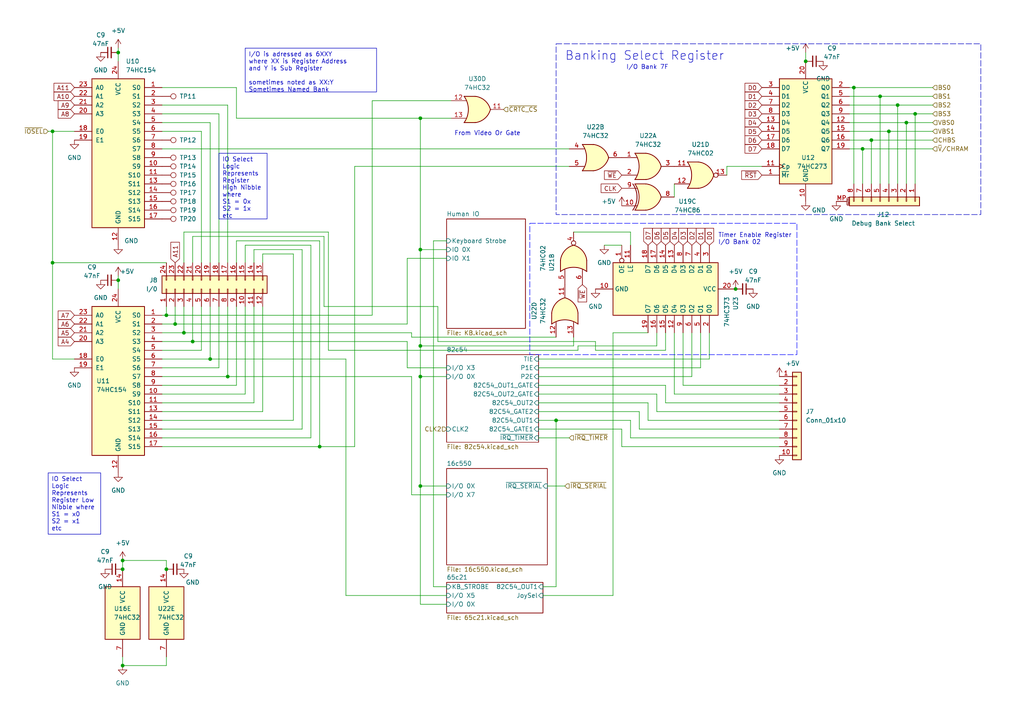
<source format=kicad_sch>
(kicad_sch (version 20230121) (generator eeschema)
  (paper "A4")
  (lib_symbols
    (symbol "74xx:74HC273"
      (property "Reference" "U" (at -7.62 16.51 0))
      (property "Value" "74HC273" (at -7.62 -16.51 0))
      (symbol "74HC273_1_0"
        (pin input line (at -12.7 -12.7 0) (length 5.08) (name "~{Mr}") (number "1"))
        (pin power_in line (at 0 -20.32 90) (length 5.08) (name "GND") (number "10"))
        (pin input clock (at -12.7 -10.16 0) (length 5.08) (name "Cp") (number "11"))
        (pin output line (at 12.7 2.54 180) (length 5.08) (name "Q4") (number "12"))
        (pin input line (at -12.7 2.54 0) (length 5.08) (name "D4") (number "13"))
        (pin input line (at -12.7 0 0) (length 5.08) (name "D5") (number "14"))
        (pin output line (at 12.7 0 180) (length 5.08) (name "Q5") (number "15"))
        (pin output line (at 12.7 -2.54 180) (length 5.08) (name "Q6") (number "16"))
        (pin input line (at -12.7 -2.54 0) (length 5.08) (name "D6") (number "17"))
        (pin input line (at -12.7 -5.08 0) (length 5.08) (name "D7") (number "18"))
        (pin output line (at 12.7 -5.08 180) (length 5.08) (name "Q7") (number "19"))
        (pin output line (at 12.7 12.7 180) (length 5.08) (name "Q0") (number "2"))
        (pin power_in line (at 0 20.32 270) (length 5.08) (name "VCC") (number "20"))
        (pin input line (at -12.7 12.7 0) (length 5.08) (name "D0") (number "3"))
        (pin input line (at -12.7 10.16 0) (length 5.08) (name "D1") (number "4"))
        (pin output line (at 12.7 10.16 180) (length 5.08) (name "Q1") (number "5"))
        (pin output line (at 12.7 7.62 180) (length 5.08) (name "Q2") (number "6"))
        (pin input line (at -12.7 7.62 0) (length 5.08) (name "D2") (number "7"))
        (pin input line (at -12.7 5.08 0) (length 5.08) (name "D3") (number "8"))
        (pin output line (at 12.7 5.08 180) (length 5.08) (name "Q3") (number "9"))
      )
    )
    (symbol "74xx:74HCT02" (pin_names (offset 1.016))
      (property "Reference" "U" (at 0 1.27 0))
      (property "Value" "74HCT02" (at 0 -1.27 0))
      (symbol "74HCT02_1_1"
        (pin output inverted (at 7.62 0 180) (length 3.81) (name "~") (number "1"))
        (pin input line (at -7.62 2.54 0) (length 4.318) (name "~") (number "2"))
        (pin input line (at -7.62 -2.54 0) (length 4.318) (name "~") (number "3"))
      )
      (symbol "74HCT02_1_2"
        (pin output line (at 7.62 0 180) (length 3.81) (name "~") (number "1"))
        (pin input inverted (at -7.62 2.54 0) (length 3.81) (name "~") (number "2"))
        (pin input inverted (at -7.62 -2.54 0) (length 3.81) (name "~") (number "3"))
      )
      (symbol "74HCT02_2_1"
        (pin output inverted (at 7.62 0 180) (length 3.81) (name "~") (number "4"))
        (pin input line (at -7.62 2.54 0) (length 4.318) (name "~") (number "5"))
        (pin input line (at -7.62 -2.54 0) (length 4.318) (name "~") (number "6"))
      )
      (symbol "74HCT02_2_2"
        (pin output line (at 7.62 0 180) (length 3.81) (name "~") (number "4"))
        (pin input inverted (at -7.62 2.54 0) (length 3.81) (name "~") (number "5"))
        (pin input inverted (at -7.62 -2.54 0) (length 3.81) (name "~") (number "6"))
      )
      (symbol "74HCT02_3_1"
        (pin output inverted (at 7.62 0 180) (length 3.81) (name "~") (number "10"))
        (pin input line (at -7.62 2.54 0) (length 4.318) (name "~") (number "8"))
        (pin input line (at -7.62 -2.54 0) (length 4.318) (name "~") (number "9"))
      )
      (symbol "74HCT02_3_2"
        (pin output line (at 7.62 0 180) (length 3.81) (name "~") (number "10"))
        (pin input inverted (at -7.62 2.54 0) (length 3.81) (name "~") (number "8"))
        (pin input inverted (at -7.62 -2.54 0) (length 3.81) (name "~") (number "9"))
      )
      (symbol "74HCT02_4_1"
        (pin input line (at -7.62 2.54 0) (length 4.318) (name "~") (number "11"))
        (pin input line (at -7.62 -2.54 0) (length 4.318) (name "~") (number "12"))
        (pin output inverted (at 7.62 0 180) (length 3.81) (name "~") (number "13"))
      )
      (symbol "74HCT02_4_2"
        (pin input inverted (at -7.62 2.54 0) (length 3.81) (name "~") (number "11"))
        (pin input inverted (at -7.62 -2.54 0) (length 3.81) (name "~") (number "12"))
        (pin output line (at 7.62 0 180) (length 3.81) (name "~") (number "13"))
      )
      (symbol "74HCT02_5_0"
        (pin power_in line (at 0 12.7 270) (length 5.08) (name "VCC") (number "14"))
        (pin power_in line (at 0 -12.7 90) (length 5.08) (name "GND") (number "7"))
      )
    )
    (symbol "74xx:74HCT373"
      (property "Reference" "U" (at -7.62 16.51 0))
      (property "Value" "74HCT373" (at -7.62 -16.51 0))
      (symbol "74HCT373_1_0"
        (pin input inverted (at -12.7 -12.7 0) (length 5.08) (name "OE") (number "1"))
        (pin power_in line (at 0 -20.32 90) (length 5.08) (name "GND") (number "10"))
        (pin input line (at -12.7 -10.16 0) (length 5.08) (name "LE") (number "11"))
        (pin tri_state line (at 12.7 2.54 180) (length 5.08) (name "O4") (number "12"))
        (pin input line (at -12.7 2.54 0) (length 5.08) (name "D4") (number "13"))
        (pin input line (at -12.7 0 0) (length 5.08) (name "D5") (number "14"))
        (pin tri_state line (at 12.7 0 180) (length 5.08) (name "O5") (number "15"))
        (pin tri_state line (at 12.7 -2.54 180) (length 5.08) (name "O6") (number "16"))
        (pin input line (at -12.7 -2.54 0) (length 5.08) (name "D6") (number "17"))
        (pin input line (at -12.7 -5.08 0) (length 5.08) (name "D7") (number "18"))
        (pin tri_state line (at 12.7 -5.08 180) (length 5.08) (name "O7") (number "19"))
        (pin tri_state line (at 12.7 12.7 180) (length 5.08) (name "O0") (number "2"))
        (pin power_in line (at 0 20.32 270) (length 5.08) (name "VCC") (number "20"))
        (pin input line (at -12.7 12.7 0) (length 5.08) (name "D0") (number "3"))
        (pin input line (at -12.7 10.16 0) (length 5.08) (name "D1") (number "4"))
        (pin tri_state line (at 12.7 10.16 180) (length 5.08) (name "O1") (number "5"))
        (pin tri_state line (at 12.7 7.62 180) (length 5.08) (name "O2") (number "6"))
        (pin input line (at -12.7 7.62 0) (length 5.08) (name "D2") (number "7"))
        (pin input line (at -12.7 5.08 0) (length 5.08) (name "D3") (number "8"))
        (pin tri_state line (at 12.7 5.08 180) (length 5.08) (name "O3") (number "9"))
      )
    )
    (symbol "74xx:74LS154" (pin_names (offset 1.016))
      (property "Reference" "U" (at -7.62 21.59 0))
      (property "Value" "74LS154" (at -7.62 -24.13 0))
      (symbol "74LS154_1_0"
        (pin output line (at 12.7 17.78 180) (length 5.08) (name "S0") (number "1"))
        (pin output line (at 12.7 -5.08 180) (length 5.08) (name "S9") (number "10"))
        (pin output line (at 12.7 -7.62 180) (length 5.08) (name "S10") (number "11"))
        (pin power_in line (at 0 -27.94 90) (length 5.08) (name "GND") (number "12"))
        (pin output line (at 12.7 -10.16 180) (length 5.08) (name "S11") (number "13"))
        (pin output line (at 12.7 -12.7 180) (length 5.08) (name "S12") (number "14"))
        (pin output line (at 12.7 -15.24 180) (length 5.08) (name "S13") (number "15"))
        (pin output line (at 12.7 -17.78 180) (length 5.08) (name "S14") (number "16"))
        (pin output line (at 12.7 -20.32 180) (length 5.08) (name "S15") (number "17"))
        (pin input line (at -12.7 5.08 0) (length 5.08) (name "E0") (number "18"))
        (pin input line (at -12.7 2.54 0) (length 5.08) (name "E1") (number "19"))
        (pin output line (at 12.7 15.24 180) (length 5.08) (name "S1") (number "2"))
        (pin input line (at -12.7 10.16 0) (length 5.08) (name "A3") (number "20"))
        (pin input line (at -12.7 12.7 0) (length 5.08) (name "A2") (number "21"))
        (pin input line (at -12.7 15.24 0) (length 5.08) (name "A1") (number "22"))
        (pin input line (at -12.7 17.78 0) (length 5.08) (name "A0") (number "23"))
        (pin power_in line (at 0 25.4 270) (length 5.08) (name "VCC") (number "24"))
        (pin output line (at 12.7 12.7 180) (length 5.08) (name "S2") (number "3"))
        (pin output line (at 12.7 10.16 180) (length 5.08) (name "S3") (number "4"))
        (pin output line (at 12.7 7.62 180) (length 5.08) (name "S4") (number "5"))
        (pin output line (at 12.7 5.08 180) (length 5.08) (name "S5") (number "6"))
        (pin output line (at 12.7 2.54 180) (length 5.08) (name "S6") (number "7"))
        (pin output line (at 12.7 0 180) (length 5.08) (name "S7") (number "8"))
        (pin output line (at 12.7 -2.54 180) (length 5.08) (name "S8") (number "9"))
      )
    )
    (symbol "74xx:74LS32" (pin_names (offset 1.016))
      (property "Reference" "U" (at 0 1.27 0))
      (property "Value" "74LS32" (at 0 -1.27 0))
      (symbol "74LS32_1_1"
        (pin input line (at -7.62 2.54 0) (length 4.318) (name "~") (number "1"))
        (pin input line (at -7.62 -2.54 0) (length 4.318) (name "~") (number "2"))
        (pin output line (at 7.62 0 180) (length 3.81) (name "~") (number "3"))
      )
      (symbol "74LS32_1_2"
        (pin input inverted (at -7.62 2.54 0) (length 3.81) (name "~") (number "1"))
        (pin input inverted (at -7.62 -2.54 0) (length 3.81) (name "~") (number "2"))
        (pin output inverted (at 7.62 0 180) (length 3.81) (name "~") (number "3"))
      )
      (symbol "74LS32_2_1"
        (pin input line (at -7.62 2.54 0) (length 4.318) (name "~") (number "4"))
        (pin input line (at -7.62 -2.54 0) (length 4.318) (name "~") (number "5"))
        (pin output line (at 7.62 0 180) (length 3.81) (name "~") (number "6"))
      )
      (symbol "74LS32_2_2"
        (pin input inverted (at -7.62 2.54 0) (length 3.81) (name "~") (number "4"))
        (pin input inverted (at -7.62 -2.54 0) (length 3.81) (name "~") (number "5"))
        (pin output inverted (at 7.62 0 180) (length 3.81) (name "~") (number "6"))
      )
      (symbol "74LS32_3_1"
        (pin input line (at -7.62 -2.54 0) (length 4.318) (name "~") (number "10"))
        (pin output line (at 7.62 0 180) (length 3.81) (name "~") (number "8"))
        (pin input line (at -7.62 2.54 0) (length 4.318) (name "~") (number "9"))
      )
      (symbol "74LS32_3_2"
        (pin input inverted (at -7.62 -2.54 0) (length 3.81) (name "~") (number "10"))
        (pin output inverted (at 7.62 0 180) (length 3.81) (name "~") (number "8"))
        (pin input inverted (at -7.62 2.54 0) (length 3.81) (name "~") (number "9"))
      )
      (symbol "74LS32_4_1"
        (pin output line (at 7.62 0 180) (length 3.81) (name "~") (number "11"))
        (pin input line (at -7.62 2.54 0) (length 4.318) (name "~") (number "12"))
        (pin input line (at -7.62 -2.54 0) (length 4.318) (name "~") (number "13"))
      )
      (symbol "74LS32_4_2"
        (pin output inverted (at 7.62 0 180) (length 3.81) (name "~") (number "11"))
        (pin input inverted (at -7.62 2.54 0) (length 3.81) (name "~") (number "12"))
        (pin input inverted (at -7.62 -2.54 0) (length 3.81) (name "~") (number "13"))
      )
      (symbol "74LS32_5_0"
        (pin power_in line (at 0 12.7 270) (length 5.08) (name "VCC") (number "14"))
        (pin power_in line (at 0 -12.7 90) (length 5.08) (name "GND") (number "7"))
      )
    )
    (symbol "74xx:74LS86" (pin_names (offset 1.016))
      (property "Reference" "U" (at 0 1.27 0))
      (property "Value" "74LS86" (at 0 -1.27 0))
      (symbol "74LS86_1_0"
        (pin input line (at -7.62 2.54 0) (length 4.445) (name "~") (number "1"))
        (pin input line (at -7.62 -2.54 0) (length 4.445) (name "~") (number "2"))
        (pin output line (at 7.62 0 180) (length 3.81) (name "~") (number "3"))
      )
      (symbol "74LS86_2_0"
        (pin input line (at -7.62 2.54 0) (length 4.445) (name "~") (number "4"))
        (pin input line (at -7.62 -2.54 0) (length 4.445) (name "~") (number "5"))
        (pin output line (at 7.62 0 180) (length 3.81) (name "~") (number "6"))
      )
      (symbol "74LS86_3_0"
        (pin input line (at -7.62 -2.54 0) (length 4.445) (name "~") (number "10"))
        (pin output line (at 7.62 0 180) (length 3.81) (name "~") (number "8"))
        (pin input line (at -7.62 2.54 0) (length 4.445) (name "~") (number "9"))
      )
      (symbol "74LS86_4_0"
        (pin output line (at 7.62 0 180) (length 3.81) (name "~") (number "11"))
        (pin input line (at -7.62 2.54 0) (length 4.445) (name "~") (number "12"))
        (pin input line (at -7.62 -2.54 0) (length 4.445) (name "~") (number "13"))
      )
      (symbol "74LS86_5_0"
        (pin power_in line (at 0 12.7 270) (length 5.08) (name "VCC") (number "14"))
        (pin power_in line (at 0 -12.7 90) (length 5.08) (name "GND") (number "7"))
      )
    )
    (symbol "Connector:TestPoint" (pin_numbers hide) (pin_names (offset 0.762) hide)
      (property "Reference" "TP" (at 0 6.858 0))
      (property "Value" "TestPoint" (at 0 5.08 0))
      (symbol "TestPoint_1_1"
        (pin passive line (at 0 0 90) (length 2.54) (name "1") (number "1"))
      )
    )
    (symbol "Connector_Generic:Conn_01x10" (pin_names (offset 1.016) hide)
      (property "Reference" "J" (at 0 12.7 0))
      (property "Value" "Conn_01x10" (at 0 -15.24 0))
      (symbol "Conn_01x10_1_1"
        (pin passive line (at -5.08 10.16 0) (length 3.81) (name "Pin_1") (number "1"))
        (pin passive line (at -5.08 -12.7 0) (length 3.81) (name "Pin_10") (number "10"))
        (pin passive line (at -5.08 7.62 0) (length 3.81) (name "Pin_2") (number "2"))
        (pin passive line (at -5.08 5.08 0) (length 3.81) (name "Pin_3") (number "3"))
        (pin passive line (at -5.08 2.54 0) (length 3.81) (name "Pin_4") (number "4"))
        (pin passive line (at -5.08 0 0) (length 3.81) (name "Pin_5") (number "5"))
        (pin passive line (at -5.08 -2.54 0) (length 3.81) (name "Pin_6") (number "6"))
        (pin passive line (at -5.08 -5.08 0) (length 3.81) (name "Pin_7") (number "7"))
        (pin passive line (at -5.08 -7.62 0) (length 3.81) (name "Pin_8") (number "8"))
        (pin passive line (at -5.08 -10.16 0) (length 3.81) (name "Pin_9") (number "9"))
      )
    )
    (symbol "Connector_Generic:Conn_02x12_Counter_Clockwise" (pin_names (offset 1.016) hide)
      (property "Reference" "J" (at 1.27 15.24 0))
      (property "Value" "Conn_02x12_Counter_Clockwise" (at 1.27 -17.78 0))
      (symbol "Conn_02x12_Counter_Clockwise_1_1"
        (pin passive line (at -5.08 12.7 0) (length 3.81) (name "Pin_1") (number "1"))
        (pin passive line (at -5.08 -10.16 0) (length 3.81) (name "Pin_10") (number "10"))
        (pin passive line (at -5.08 -12.7 0) (length 3.81) (name "Pin_11") (number "11"))
        (pin passive line (at -5.08 -15.24 0) (length 3.81) (name "Pin_12") (number "12"))
        (pin passive line (at 7.62 -15.24 180) (length 3.81) (name "Pin_13") (number "13"))
        (pin passive line (at 7.62 -12.7 180) (length 3.81) (name "Pin_14") (number "14"))
        (pin passive line (at 7.62 -10.16 180) (length 3.81) (name "Pin_15") (number "15"))
        (pin passive line (at 7.62 -7.62 180) (length 3.81) (name "Pin_16") (number "16"))
        (pin passive line (at 7.62 -5.08 180) (length 3.81) (name "Pin_17") (number "17"))
        (pin passive line (at 7.62 -2.54 180) (length 3.81) (name "Pin_18") (number "18"))
        (pin passive line (at 7.62 0 180) (length 3.81) (name "Pin_19") (number "19"))
        (pin passive line (at -5.08 10.16 0) (length 3.81) (name "Pin_2") (number "2"))
        (pin passive line (at 7.62 2.54 180) (length 3.81) (name "Pin_20") (number "20"))
        (pin passive line (at 7.62 5.08 180) (length 3.81) (name "Pin_21") (number "21"))
        (pin passive line (at 7.62 7.62 180) (length 3.81) (name "Pin_22") (number "22"))
        (pin passive line (at 7.62 10.16 180) (length 3.81) (name "Pin_23") (number "23"))
        (pin passive line (at 7.62 12.7 180) (length 3.81) (name "Pin_24") (number "24"))
        (pin passive line (at -5.08 7.62 0) (length 3.81) (name "Pin_3") (number "3"))
        (pin passive line (at -5.08 5.08 0) (length 3.81) (name "Pin_4") (number "4"))
        (pin passive line (at -5.08 2.54 0) (length 3.81) (name "Pin_5") (number "5"))
        (pin passive line (at -5.08 0 0) (length 3.81) (name "Pin_6") (number "6"))
        (pin passive line (at -5.08 -2.54 0) (length 3.81) (name "Pin_7") (number "7"))
        (pin passive line (at -5.08 -5.08 0) (length 3.81) (name "Pin_8") (number "8"))
        (pin passive line (at -5.08 -7.62 0) (length 3.81) (name "Pin_9") (number "9"))
      )
    )
    (symbol "Connector_Generic_MountingPin:Conn_01x08_MountingPin" (pin_names (offset 1.016) hide)
      (property "Reference" "J" (at 0 10.16 0))
      (property "Value" "Conn_01x08_MountingPin" (at 1.27 -12.7 0))
      (symbol "Conn_01x08_MountingPin_1_1"
        (text "Mounting" (at 0 -11.811 0) (effects (font (size 0.381 0.381))))
        (pin passive line (at -5.08 7.62 0) (length 3.81) (name "Pin_1") (number "1"))
        (pin passive line (at -5.08 5.08 0) (length 3.81) (name "Pin_2") (number "2"))
        (pin passive line (at -5.08 2.54 0) (length 3.81) (name "Pin_3") (number "3"))
        (pin passive line (at -5.08 0 0) (length 3.81) (name "Pin_4") (number "4"))
        (pin passive line (at -5.08 -2.54 0) (length 3.81) (name "Pin_5") (number "5"))
        (pin passive line (at -5.08 -5.08 0) (length 3.81) (name "Pin_6") (number "6"))
        (pin passive line (at -5.08 -7.62 0) (length 3.81) (name "Pin_7") (number "7"))
        (pin passive line (at -5.08 -10.16 0) (length 3.81) (name "Pin_8") (number "8"))
        (pin passive line (at 0 -15.24 90) (length 3.048) (name "MountPin") (number "MP"))
      )
    )
    (symbol "Device:C_Small" (pin_numbers hide) (pin_names (offset 0.254) hide)
      (property "Reference" "C" (at 0.254 1.778 0))
      (property "Value" "C_Small" (at 0.254 -2.032 0))
      (symbol "C_Small_1_1"
        (pin passive line (at 0 2.54 270) (length 2.032) (name "~") (number "1"))
        (pin passive line (at 0 -2.54 90) (length 2.032) (name "~") (number "2"))
      )
    )
    (symbol "power:+5V" (power) (pin_names (offset 0))
      (property "Value" "+5V" (at 0 3.556 0))
      (symbol "+5V_1_1"
        (pin power_in line (at 0 0 90) (length 0) hide (name "+5V") (number "1"))
      )
    )
    (symbol "power:GND" (power) (pin_names (offset 0))
      (property "Value" "GND" (at 0 -3.81 0))
      (symbol "GND_1_1"
        (pin power_in line (at 0 0 270) (length 0) hide (name "GND") (number "1"))
      )
    )
  )
  (junction (at 34.29 81.28))
  (junction (at 257.81 38.1))
  (junction (at 92.71 129.54))
  (junction (at 121.92 34.29))
  (junction (at 35.56 165.1))
  (junction (at 35.56 162.56))
  (junction (at 121.92 100.33))
  (junction (at 250.19 43.18))
  (junction (at 121.92 72.39))
  (junction (at 50.8 93.98))
  (junction (at 55.88 99.06))
  (junction (at 247.65 25.4))
  (junction (at 255.27 27.94))
  (junction (at 53.34 96.52))
  (junction (at 161.29 121.92))
  (junction (at 213.36 83.82))
  (junction (at 15.24 38.1))
  (junction (at 48.26 91.44))
  (junction (at 252.73 40.64))
  (junction (at 60.96 104.14))
  (junction (at 121.92 109.22))
  (junction (at 262.89 35.56))
  (junction (at 66.04 109.22))
  (junction (at 121.92 140.97))
  (junction (at 34.29 15.24))
  (junction (at 15.24 76.2))
  (junction (at 35.56 193.04))
  (junction (at 48.26 165.1))
  (junction (at 233.68 17.78))
  (junction (at 260.35 30.48))
  (junction (at 265.43 33.02))
  (no_connect (at 160.02 -29.21))
  (wire (pts (xy 121.92 109.22) (xy 121.92 140.97)))
  (wire (pts (xy 157.48 172.72) (xy 177.8 172.72)))
  (wire (pts (xy 270.51 38.1) (xy 257.81 38.1)))
  (wire (pts (xy 156.21 116.84) (xy 187.96 116.84)))
  (wire (pts (xy 118.11 74.93) (xy 118.11 93.98)))
  (wire (pts (xy 262.89 35.56) (xy 246.38 35.56)))
  (wire (pts (xy 257.81 38.1) (xy 257.81 53.34)))
  (wire (pts (xy 118.11 74.93) (xy 129.54 74.93)))
  (wire (pts (xy 100.33 172.72) (xy 129.54 172.72)))
  (wire (pts (xy 13.97 38.1) (xy 15.24 38.1)))
  (wire (pts (xy 60.96 76.2) (xy 60.96 35.56)))
  (wire (pts (xy 85.09 121.92) (xy 85.09 73.66)))
  (wire (pts (xy 92.71 69.85) (xy 92.71 129.54)))
  (wire (pts (xy 121.92 72.39) (xy 121.92 100.33)))
  (wire (pts (xy 172.72 99.06) (xy 172.72 101.6)))
  (wire (pts (xy 87.63 72.39) (xy 73.66 72.39)))
  (wire (pts (xy 119.38 97.79) (xy 119.38 96.52)))
  (wire (pts (xy 68.58 34.29) (xy 121.92 34.29)))
  (wire (pts (xy 68.58 34.29) (xy 68.58 25.4)))
  (wire (pts (xy 21.59 104.14) (xy 15.24 104.14)))
  (wire (pts (xy 46.99 109.22) (xy 66.04 109.22)))
  (wire (pts (xy 270.51 25.4) (xy 247.65 25.4)))
  (wire (pts (xy 187.96 116.84) (xy 187.96 121.92)))
  (wire (pts (xy 195.58 53.34) (xy 195.58 57.15)))
  (wire (pts (xy 121.92 34.29) (xy 130.81 34.29)))
  (wire (pts (xy 71.12 71.12) (xy 71.12 76.2)))
  (wire (pts (xy 187.96 121.92) (xy 226.06 121.92)))
  (wire (pts (xy 58.42 88.9) (xy 58.42 101.6)))
  (wire (pts (xy 193.04 111.76) (xy 193.04 116.84)))
  (wire (pts (xy 250.19 43.18) (xy 250.19 53.34)))
  (wire (pts (xy 100.33 172.72) (xy 100.33 104.14)))
  (wire (pts (xy 190.5 119.38) (xy 190.5 114.3)))
  (wire (pts (xy 250.19 43.18) (xy 246.38 43.18)))
  (wire (pts (xy 48.26 162.56) (xy 35.56 162.56)))
  (wire (pts (xy 167.64 100.33) (xy 167.64 101.6)))
  (wire (pts (xy 15.24 76.2) (xy 48.26 76.2)))
  (wire (pts (xy 205.74 96.52) (xy 205.74 104.14)))
  (wire (pts (xy 68.58 111.76) (xy 46.99 111.76)))
  (wire (pts (xy 127 88.9) (xy 127 99.06)))
  (wire (pts (xy 102.87 48.26) (xy 102.87 129.54)))
  (wire (pts (xy 121.92 100.33) (xy 121.92 109.22)))
  (wire (pts (xy 107.95 29.21) (xy 130.81 29.21)))
  (wire (pts (xy 195.58 114.3) (xy 226.06 114.3)))
  (wire (pts (xy 46.99 96.52) (xy 53.34 96.52)))
  (wire (pts (xy 76.2 73.66) (xy 76.2 76.2)))
  (wire (pts (xy 129.54 140.97) (xy 121.92 140.97)))
  (wire (pts (xy 156.21 111.76) (xy 193.04 111.76)))
  (wire (pts (xy 66.04 88.9) (xy 66.04 109.22)))
  (wire (pts (xy 93.98 88.9) (xy 93.98 68.58)))
  (wire (pts (xy 66.04 76.2) (xy 66.04 30.48)))
  (wire (pts (xy 46.99 127) (xy 90.17 127)))
  (wire (pts (xy 15.24 38.1) (xy 21.59 38.1)))
  (wire (pts (xy 190.5 114.3) (xy 156.21 114.3)))
  (wire (pts (xy 66.04 109.22) (xy 119.38 109.22)))
  (wire (pts (xy 198.12 96.52) (xy 198.12 111.76)))
  (wire (pts (xy 265.43 33.02) (xy 265.43 53.34)))
  (wire (pts (xy 182.88 67.31) (xy 166.37 67.31)))
  (wire (pts (xy 119.38 143.51) (xy 119.38 109.22)))
  (wire (pts (xy 262.89 35.56) (xy 262.89 53.34)))
  (wire (pts (xy 270.51 40.64) (xy 252.73 40.64)))
  (wire (pts (xy 260.35 30.48) (xy 260.35 53.34)))
  (wire (pts (xy 68.58 88.9) (xy 68.58 111.76)))
  (wire (pts (xy 129.54 106.68) (xy 118.11 106.68)))
  (wire (pts (xy 46.99 121.92) (xy 85.09 121.92)))
  (wire (pts (xy 53.34 67.31) (xy 53.34 76.2)))
  (wire (pts (xy 48.26 165.1) (xy 48.26 162.56)))
  (wire (pts (xy 129.54 72.39) (xy 121.92 72.39)))
  (wire (pts (xy 46.99 43.18) (xy 165.1 43.18)))
  (wire (pts (xy 95.25 67.31) (xy 53.34 67.31)))
  (wire (pts (xy 87.63 124.46) (xy 87.63 72.39)))
  (wire (pts (xy 129.54 143.51) (xy 119.38 143.51)))
  (wire (pts (xy 265.43 33.02) (xy 246.38 33.02)))
  (wire (pts (xy 71.12 114.3) (xy 46.99 114.3)))
  (wire (pts (xy 127 88.9) (xy 93.98 88.9)))
  (wire (pts (xy 46.99 33.02) (xy 63.5 33.02)))
  (wire (pts (xy 203.2 96.52) (xy 203.2 106.68)))
  (wire (pts (xy 167.64 101.6) (xy 95.25 101.6)))
  (wire (pts (xy 48.26 88.9) (xy 48.26 91.44)))
  (wire (pts (xy 35.56 190.5) (xy 35.56 193.04)))
  (wire (pts (xy 85.09 73.66) (xy 76.2 73.66)))
  (wire (pts (xy 46.99 119.38) (xy 76.2 119.38)))
  (wire (pts (xy 90.17 127) (xy 90.17 71.12)))
  (wire (pts (xy 46.99 99.06) (xy 55.88 99.06)))
  (wire (pts (xy 73.66 88.9) (xy 73.66 116.84)))
  (wire (pts (xy 156.21 119.38) (xy 185.42 119.38)))
  (wire (pts (xy 255.27 27.94) (xy 255.27 53.34)))
  (wire (pts (xy 107.95 29.21) (xy 107.95 91.44)))
  (wire (pts (xy 121.92 140.97) (xy 121.92 175.26)))
  (wire (pts (xy 48.26 91.44) (xy 107.95 91.44)))
  (wire (pts (xy 198.12 111.76) (xy 226.06 111.76)))
  (wire (pts (xy 270.51 30.48) (xy 260.35 30.48)))
  (wire (pts (xy 55.88 99.06) (xy 118.11 99.06)))
  (wire (pts (xy 93.98 68.58) (xy 55.88 68.58)))
  (wire (pts (xy 34.29 81.28) (xy 34.29 83.82)))
  (wire (pts (xy 34.29 13.97) (xy 34.29 15.24)))
  (wire (pts (xy 193.04 96.52) (xy 193.04 101.6)))
  (wire (pts (xy 193.04 116.84) (xy 226.06 116.84)))
  (wire (pts (xy 182.88 121.92) (xy 161.29 121.92)))
  (wire (pts (xy 34.29 80.01) (xy 34.29 81.28)))
  (wire (pts (xy 55.88 88.9) (xy 55.88 99.06)))
  (wire (pts (xy 190.5 96.52) (xy 190.5 100.33)))
  (wire (pts (xy 260.35 30.48) (xy 246.38 30.48)))
  (wire (pts (xy 46.99 116.84) (xy 73.66 116.84)))
  (wire (pts (xy 60.96 88.9) (xy 60.96 104.14)))
  (wire (pts (xy 50.8 93.98) (xy 46.99 93.98)))
  (wire (pts (xy 233.68 15.24) (xy 233.68 17.78)))
  (wire (pts (xy 129.54 175.26) (xy 121.92 175.26)))
  (wire (pts (xy 73.66 72.39) (xy 73.66 76.2)))
  (wire (pts (xy 247.65 25.4) (xy 247.65 53.34)))
  (wire (pts (xy 200.66 109.22) (xy 156.21 109.22)))
  (wire (pts (xy 185.42 119.38) (xy 185.42 124.46)))
  (wire (pts (xy 35.56 193.04) (xy 48.26 193.04)))
  (wire (pts (xy 53.34 96.52) (xy 119.38 96.52)))
  (wire (pts (xy 190.5 100.33) (xy 167.64 100.33)))
  (wire (pts (xy 55.88 68.58) (xy 55.88 76.2)))
  (wire (pts (xy 172.72 101.6) (xy 193.04 101.6)))
  (wire (pts (xy 58.42 101.6) (xy 46.99 101.6)))
  (wire (pts (xy 76.2 119.38) (xy 76.2 88.9)))
  (wire (pts (xy 46.99 91.44) (xy 48.26 91.44)))
  (wire (pts (xy 63.5 106.68) (xy 46.99 106.68)))
  (wire (pts (xy 158.75 140.97) (xy 163.83 140.97)))
  (wire (pts (xy 210.82 48.26) (xy 220.98 48.26)))
  (wire (pts (xy 46.99 38.1) (xy 58.42 38.1)))
  (wire (pts (xy 165.1 48.26) (xy 102.87 48.26)))
  (wire (pts (xy 247.65 25.4) (xy 246.38 25.4)))
  (wire (pts (xy 255.27 27.94) (xy 246.38 27.94)))
  (wire (pts (xy 180.34 129.54) (xy 226.06 129.54)))
  (wire (pts (xy 270.51 35.56) (xy 262.89 35.56)))
  (wire (pts (xy 125.73 69.85) (xy 129.54 69.85)))
  (wire (pts (xy 63.5 88.9) (xy 63.5 106.68)))
  (wire (pts (xy 60.96 104.14) (xy 100.33 104.14)))
  (wire (pts (xy 125.73 170.18) (xy 125.73 69.85)))
  (wire (pts (xy 252.73 40.64) (xy 252.73 53.34)))
  (wire (pts (xy 226.06 119.38) (xy 190.5 119.38)))
  (wire (pts (xy 90.17 71.12) (xy 71.12 71.12)))
  (wire (pts (xy 127 99.06) (xy 172.72 99.06)))
  (wire (pts (xy 270.51 43.18) (xy 250.19 43.18)))
  (wire (pts (xy 180.34 124.46) (xy 180.34 129.54)))
  (wire (pts (xy 121.92 100.33) (xy 166.37 100.33)))
  (wire (pts (xy 226.06 127) (xy 182.88 127)))
  (wire (pts (xy 166.37 100.33) (xy 166.37 97.79)))
  (wire (pts (xy 71.12 88.9) (xy 71.12 114.3)))
  (wire (pts (xy 119.38 97.79) (xy 161.29 97.79)))
  (wire (pts (xy 15.24 104.14) (xy 15.24 76.2)))
  (wire (pts (xy 205.74 104.14) (xy 156.21 104.14)))
  (wire (pts (xy 102.87 129.54) (xy 92.71 129.54)))
  (wire (pts (xy 270.51 33.02) (xy 265.43 33.02)))
  (wire (pts (xy 161.29 121.92) (xy 161.29 170.18)))
  (wire (pts (xy 58.42 76.2) (xy 58.42 38.1)))
  (wire (pts (xy 46.99 129.54) (xy 92.71 129.54)))
  (wire (pts (xy 46.99 124.46) (xy 87.63 124.46)))
  (wire (pts (xy 156.21 127) (xy 165.1 127)))
  (wire (pts (xy 35.56 162.56) (xy 35.56 165.1)))
  (wire (pts (xy 270.51 27.94) (xy 255.27 27.94)))
  (wire (pts (xy 46.99 30.48) (xy 66.04 30.48)))
  (wire (pts (xy 210.82 48.26) (xy 210.82 50.8)))
  (wire (pts (xy 182.88 67.31) (xy 182.88 71.12)))
  (wire (pts (xy 63.5 76.2) (xy 63.5 33.02)))
  (wire (pts (xy 15.24 76.2) (xy 15.24 38.1)))
  (wire (pts (xy 118.11 93.98) (xy 50.8 93.98)))
  (wire (pts (xy 34.29 15.24) (xy 34.29 17.78)))
  (wire (pts (xy 50.8 88.9) (xy 50.8 93.98)))
  (wire (pts (xy 95.25 67.31) (xy 95.25 101.6)))
  (wire (pts (xy 157.48 170.18) (xy 161.29 170.18)))
  (wire (pts (xy 129.54 109.22) (xy 121.92 109.22)))
  (wire (pts (xy 257.81 38.1) (xy 246.38 38.1)))
  (wire (pts (xy 182.88 127) (xy 182.88 121.92)))
  (wire (pts (xy 46.99 35.56) (xy 60.96 35.56)))
  (wire (pts (xy 175.26 71.12) (xy 180.34 71.12)))
  (wire (pts (xy 121.92 72.39) (xy 121.92 34.29)))
  (wire (pts (xy 177.8 172.72) (xy 177.8 96.52)))
  (wire (pts (xy 48.26 190.5) (xy 48.26 193.04)))
  (wire (pts (xy 252.73 40.64) (xy 246.38 40.64)))
  (wire (pts (xy 203.2 106.68) (xy 156.21 106.68)))
  (wire (pts (xy 129.54 170.18) (xy 125.73 170.18)))
  (wire (pts (xy 200.66 96.52) (xy 200.66 109.22)))
  (wire (pts (xy 92.71 69.85) (xy 68.58 69.85)))
  (wire (pts (xy 195.58 96.52) (xy 195.58 114.3)))
  (wire (pts (xy 156.21 124.46) (xy 180.34 124.46)))
  (wire (pts (xy 53.34 88.9) (xy 53.34 96.52)))
  (wire (pts (xy 185.42 124.46) (xy 226.06 124.46)))
  (wire (pts (xy 68.58 69.85) (xy 68.58 76.2)))
  (wire (pts (xy 46.99 25.4) (xy 68.58 25.4)))
  (wire (pts (xy 177.8 96.52) (xy 187.96 96.52)))
  (wire (pts (xy 118.11 106.68) (xy 118.11 99.06)))
  (wire (pts (xy 156.21 121.92) (xy 161.29 121.92)))
  (wire (pts (xy 46.99 104.14) (xy 60.96 104.14)))
  (rectangle (start 161.29 12.7) (end 284.48 62.23) (stroke (width 0) (type dash)))
  (rectangle (start 153.67 64.77) (end 231.14 102.87) (stroke (width 0) (type dash) (color 0 0 255 1)))
  (text_box "IO Select Logic\nRepresents Register Low Nibble where\nS1 = x0\nS2 = x1\netc" (at 13.97 137.16 0) (size 15.24 17.78) (effects (font (size 1.27 1.27)) (justify left top)))
  (text_box "I/O is adressed as 6XXY\nwhere XX is Register Address\nand Y is Sub Register\n\nsometimes noted as XX:Y \nSometimes Named Bank" (at 71.12 13.97 0) (size 38.1 12.7) (effects (font (size 1.27 1.27)) (justify left top)))
  (text_box "From Video Or Gate" (at 130.81 36.83 0) (size 21.59 3.81) (stroke (width -0.0001)) (effects (font (size 1.27 1.27)) (justify left top)))
  (text_box "IO Select Logic\nRepresents Register High Nibble where\nS1 = 0x\nS2 = 1x\netc" (at 63.5 44.45 0) (size 13.97 19.05) (effects (font (size 1.27 1.27)) (justify left top)))
  (text "Banking Select Register\n" (at 163.83 17.78 0) (effects (font (size 2.54 2.54)) (justify left bottom)))
  (text "I/O Bank 7F" (at 181.61 20.32 0) (effects (font (size 1.27 1.27)) (justify left bottom)))
  (text "Timer Enable Register\nI/O Bank 02\n" (at 208.28 71.12 0) (effects (font (size 1.27 1.27)) (justify left bottom)))
  (global_label "D4" (shape input) (at 220.98 35.56 180) (property "Intersheetrefs" "${INTERSHEET_REFS}" (effects hide)))
  (global_label "D1" (shape input) (at 220.98 27.94 180) (property "Intersheetrefs" "${INTERSHEET_REFS}" (effects hide)))
  (global_label "A10" (shape input) (at 21.59 27.94 180) (property "Intersheetrefs" "${INTERSHEET_REFS}" (effects hide)))
  (global_label "D6" (shape input) (at 220.98 40.64 180) (property "Intersheetrefs" "${INTERSHEET_REFS}" (effects hide)))
  (global_label "D3" (shape input) (at 220.98 33.02 180) (property "Intersheetrefs" "${INTERSHEET_REFS}" (effects hide)))
  (global_label "D4" (shape input) (at 195.58 71.12 90) (property "Intersheetrefs" "${INTERSHEET_REFS}" (effects hide)))
  (global_label "A8" (shape input) (at 21.59 33.02 180) (property "Intersheetrefs" "${INTERSHEET_REFS}" (effects hide)))
  (global_label "A5" (shape input) (at 21.59 96.52 180) (property "Intersheetrefs" "${INTERSHEET_REFS}" (effects hide)))
  (global_label "D6" (shape input) (at 190.5 71.12 90) (property "Intersheetrefs" "${INTERSHEET_REFS}" (effects hide)))
  (global_label "A4" (shape input) (at 21.59 99.06 180) (property "Intersheetrefs" "${INTERSHEET_REFS}" (effects hide)))
  (global_label "D2" (shape input) (at 220.98 30.48 180) (property "Intersheetrefs" "${INTERSHEET_REFS}" (effects hide)))
  (global_label "A11" (shape input) (at 21.59 25.4 180) (property "Intersheetrefs" "${INTERSHEET_REFS}" (effects hide)))
  (global_label "~{WE}" (shape input) (at 180.34 50.8 180) (property "Intersheetrefs" "${INTERSHEET_REFS}" (effects hide)))
  (global_label "D2" (shape input) (at 200.66 71.12 90) (property "Intersheetrefs" "${INTERSHEET_REFS}" (effects hide)))
  (global_label "D5" (shape input) (at 220.98 38.1 180) (property "Intersheetrefs" "${INTERSHEET_REFS}" (effects hide)))
  (global_label "D0" (shape input) (at 220.98 25.4 180) (property "Intersheetrefs" "${INTERSHEET_REFS}" (effects hide)))
  (global_label "D3" (shape input) (at 198.12 71.12 90) (property "Intersheetrefs" "${INTERSHEET_REFS}" (effects hide)))
  (global_label "A6" (shape input) (at 21.59 93.98 180) (property "Intersheetrefs" "${INTERSHEET_REFS}" (effects hide)))
  (global_label "D7" (shape input) (at 187.96 71.12 90) (property "Intersheetrefs" "${INTERSHEET_REFS}" (effects hide)))
  (global_label "A9" (shape input) (at 21.59 30.48 180) (property "Intersheetrefs" "${INTERSHEET_REFS}" (effects hide)))
  (global_label "A7" (shape input) (at 21.59 91.44 180) (property "Intersheetrefs" "${INTERSHEET_REFS}" (effects hide)))
  (global_label "D7" (shape input) (at 220.98 43.18 180) (property "Intersheetrefs" "${INTERSHEET_REFS}" (effects hide)))
  (global_label "D5" (shape input) (at 193.04 71.12 90) (property "Intersheetrefs" "${INTERSHEET_REFS}" (effects hide)))
  (global_label "A11" (shape input) (at 50.8 76.2 90) (property "Intersheetrefs" "${INTERSHEET_REFS}" (effects hide)))
  (global_label "~{RST}" (shape input) (at 220.98 50.8 180) (property "Intersheetrefs" "${INTERSHEET_REFS}" (effects hide)))
  (global_label "~{WE}" (shape input) (at 168.91 82.55 270) (property "Intersheetrefs" "${INTERSHEET_REFS}" (effects hide)))
  (global_label "CLK" (shape input) (at 180.34 54.61 180) (property "Intersheetrefs" "${INTERSHEET_REFS}" (effects hide)))
  (global_label "D0" (shape input) (at 205.74 71.12 90) (property "Intersheetrefs" "${INTERSHEET_REFS}" (effects hide)))
  (global_label "D1" (shape input) (at 203.2 71.12 90) (property "Intersheetrefs" "${INTERSHEET_REFS}" (effects hide)))
  (hierarchical_label "BS0" (shape input) (at 270.51 25.4 0))
  (hierarchical_label "~{V}{slash}CHRAM" (shape input) (at 270.51 43.18 0))
  (hierarchical_label "BS2" (shape input) (at 270.51 30.48 0))
  (hierarchical_label "BS3" (shape input) (at 270.51 33.02 0))
  (hierarchical_label "BS1" (shape input) (at 270.51 27.94 0))
  (hierarchical_label "CLK2" (shape input) (at 129.54 124.46 180))
  (hierarchical_label "~{IRQ_SERIAL}" (shape input) (at 163.83 140.97 0))
  (hierarchical_label "~{IRQ_TIMER}" (shape input) (at 165.1 127 0))
  (hierarchical_label "~{CRTC_CS}" (shape input) (at 146.05 31.75 0))
  (hierarchical_label "~{IOSEL}" (shape input) (at 13.97 38.1 180))
  (hierarchical_label "VBS0" (shape input) (at 270.51 35.56 0))
  (hierarchical_label "CHBS" (shape input) (at 270.51 40.64 0))
  (hierarchical_label "VBS1" (shape input) (at 270.51 38.1 0))
  (symbol (lib_id "power:GND") (at 242.57 58.42 0) (unit 1)
    (property "Reference" "#PWR0232" (effects hide))
    (property "Value" "GND" (at 242.57 63.5 0))
  )
  (symbol (lib_id "Connector:TestPoint") (at 46.99 45.72 270) (unit 1)
    (property "Reference" "TP13" (at 52.07 45.72 90) (effects (justify left)))
    (property "Value" "TestPoint" (effects hide))
    (property "Footprint" "TestPoint:TestPoint_Pad_D2.5mm" (effects hide))
  )
  (symbol (lib_id "Connector:TestPoint") (at 46.99 48.26 270) (unit 1)
    (property "Reference" "TP14" (at 52.07 48.26 90) (effects (justify left)))
    (property "Value" "TestPoint" (effects hide))
    (property "Footprint" "TestPoint:TestPoint_Pad_D2.5mm" (effects hide))
  )
  (symbol (lib_id "74xx:74LS32") (at 172.72 45.72 0) (unit 2)
    (property "Reference" "U22" (at 172.72 36.83 0))
    (property "Value" "74HC32" (at 172.72 39.37 0))
    (property "Footprint" "Package_SO:SOIC-14_3.9x8.7mm_P1.27mm" (effects hide))
    (property "Datasheet" "http://www.ti.com/lit/gpn/sn74LS32" (effects hide))
  )
  (symbol (lib_id "Device:C_Small") (at 33.02 165.1 90) (unit 1)
    (property "Reference" "C9" (at 30.48 160.02 90))
    (property "Value" "47nF" (at 30.48 162.56 90))
    (property "Footprint" "Capacitor_SMD:C_0603_1608Metric_Pad1.08x0.95mm_HandSolder" (effects hide))
    (instances (project "Micro" (path "" (reference "C9") (unit 1)) (path "" (reference "C13") (unit 1))))
  )
  (symbol (lib_id "power:GND") (at 175.26 71.12 0) (unit 1)
    (property "Reference" "#PWR039" (effects hide))
    (property "Value" "GND" (at 175.26 76.2 0))
  )
  (symbol (lib_id "Connector:TestPoint") (at 46.99 63.5 270) (unit 1)
    (property "Reference" "TP20" (at 52.07 63.5 90) (effects (justify left)))
    (property "Value" "TestPoint" (effects hide))
    (property "Footprint" "TestPoint:TestPoint_Pad_D2.5mm" (effects hide))
  )
  (symbol (lib_id "74xx:74LS154") (at 34.29 43.18 0) (unit 1)
    (property "Reference" "U10" (at 36.4841 17.78 0) (effects (justify left)))
    (property "Value" "74HC154" (at 36.4841 20.32 0) (effects (justify left)))
    (property "Footprint" "Package_SO:SOIC-24W_7.5x15.4mm_P1.27mm" (effects hide))
    (property "Datasheet" "http://www.ti.com/lit/gpn/sn74LS154" (effects hide))
  )
  (symbol (lib_id "Device:C_Small") (at 31.75 15.24 90) (unit 1)
    (property "Reference" "C9" (at 29.21 10.16 90))
    (property "Value" "47nF" (at 29.21 12.7 90))
    (property "Footprint" "Capacitor_SMD:C_0603_1608Metric_Pad1.08x0.95mm_HandSolder" (effects hide))
    (instances (project "Micro" (path "" (reference "C9") (unit 1)) (path "" (reference "C11") (unit 1))))
  )
  (symbol (lib_id "Device:C_Small") (at 31.75 81.28 90) (unit 1)
    (property "Reference" "C9" (at 26.67 77.47 90))
    (property "Value" "47nF" (at 26.67 80.01 90))
    (property "Footprint" "Capacitor_SMD:C_0603_1608Metric_Pad1.08x0.95mm_HandSolder" (effects hide))
    (instances (project "Micro" (path "" (reference "C9") (unit 1)) (path "" (reference "C12") (unit 1))))
  )
  (symbol (lib_id "power:+5V") (at 180.34 59.69 0) (unit 1)
    (property "Reference" "#PWR024" (effects hide))
    (property "Value" "+5V" (at 176.53 58.42 0))
  )
  (symbol (lib_id "Connector_Generic:Conn_01x10") (at 231.14 119.38 0) (unit 1)
    (property "Reference" "J7" (at 233.68 119.38 0) (effects (justify left)))
    (property "Value" "Conn_01x10" (at 233.68 121.92 0) (effects (justify left)))
    (property "Footprint" "Connector_PinSocket_2.54mm:PinSocket_1x10_P2.54mm_Vertical" (effects hide))
  )
  (symbol (lib_id "74xx:74LS86") (at 187.96 57.15 0) (unit 3)
    (property "Reference" "U19" (at 199.39 58.42 0))
    (property "Value" "74HC86" (at 199.39 60.96 0))
    (property "Footprint" "Package_SO:SOIC-14_3.9x8.7mm_P1.27mm" (effects hide))
    (property "Datasheet" "74xx/74ls86.pdf" (effects hide))
  )
  (symbol (lib_id "74xx:74HCT373") (at 193.04 83.82 270) (unit 1)
    (property "Reference" "U23" (at 213.36 86.0141 0) (effects (justify left)))
    (property "Value" "74HC373" (at 210.82 86.0141 0) (effects (justify left)))
    (property "Footprint" "Package_SO:SOIC-20W_7.5x12.8mm_P1.27mm" (effects hide))
    (property "Datasheet" "https://www.ti.com/lit/ds/symlink/sn74hct373.pdf" (effects hide))
  )
  (symbol (lib_id "power:+5V") (at 233.68 15.24 0) (unit 1)
    (property "Reference" "#PWR036" (effects hide))
    (property "Value" "+5V" (at 229.87 13.97 0))
  )
  (symbol (lib_id "power:GND") (at 34.29 137.16 0) (unit 1)
    (property "Reference" "#PWR013" (effects hide))
    (property "Value" "GND" (at 34.29 142.24 0))
  )
  (symbol (lib_id "power:GND") (at 21.59 106.68 0) (unit 1)
    (property "Reference" "#PWR011" (effects hide))
    (property "Value" "GND" (at 21.59 111.76 0))
  )
  (symbol (lib_id "power:GND") (at 172.72 83.82 0) (unit 1)
    (property "Reference" "#PWR040" (effects hide))
    (property "Value" "GND" (at 172.72 88.9 0))
  )
  (symbol (lib_id "74xx:74HC273") (at 233.68 38.1 0) (unit 1)
    (property "Reference" "U12" (at 232.41 45.72 0) (effects (justify left)))
    (property "Value" "74HC273" (at 231.14 48.26 0) (effects (justify left)))
    (property "Footprint" "Package_SO:SOIC-20W_7.5x12.8mm_P1.27mm" (effects hide))
    (property "Datasheet" "https://assets.nexperia.com/documents/data-sheet/74HC_HCT273.pdf" (effects hide))
  )
  (symbol (lib_id "power:GND") (at 30.48 165.1 0) (unit 1)
    (property "Reference" "#PWR0128" (effects hide))
    (property "Value" "GND" (at 30.48 170.18 0))
    (instances (project "Micro" (path "" (reference "#PWR0128") (unit 1)) (path "" (reference "#PWR0132") (unit 1))))
  )
  (symbol (lib_id "74xx:74LS154") (at 34.29 109.22 0) (unit 1)
    (property "Reference" "U11" (at 27.94 110.49 0) (effects (justify left)))
    (property "Value" "74HC154" (at 27.94 113.03 0) (effects (justify left)))
    (property "Footprint" "Package_SO:SOIC-24W_7.5x15.4mm_P1.27mm" (effects hide))
    (property "Datasheet" "http://www.ti.com/lit/gpn/sn74LS154" (effects hide))
  )
  (symbol (lib_id "Connector:TestPoint") (at 46.99 55.88 270) (unit 1)
    (property "Reference" "TP17" (at 52.07 55.88 90) (effects (justify left)))
    (property "Value" "TestPoint" (effects hide))
    (property "Footprint" "TestPoint:TestPoint_Pad_D2.5mm" (effects hide))
  )
  (symbol (lib_id "power:GND") (at 233.68 58.42 0) (unit 1)
    (property "Reference" "#PWR035" (effects hide))
    (property "Value" "GND" (at 237.49 60.96 0))
  )
  (symbol (lib_id "Connector:TestPoint") (at 46.99 27.94 270) (unit 1)
    (property "Reference" "TP11" (at 52.07 27.94 90) (effects (justify left)))
    (property "Value" "TestPoint" (effects hide))
    (property "Footprint" "TestPoint:TestPoint_Pad_D2.5mm" (effects hide))
  )
  (symbol (lib_id "74xx:74LS32") (at 187.96 48.26 0) (unit 1)
    (property "Reference" "U22" (at 187.96 39.37 0))
    (property "Value" "74HC32" (at 187.96 41.91 0))
    (property "Footprint" "Package_SO:SOIC-14_3.9x8.7mm_P1.27mm" (effects hide))
    (property "Datasheet" "http://www.ti.com/lit/gpn/sn74LS32" (effects hide))
  )
  (symbol (lib_id "74xx:74HCT02") (at 166.37 74.93 90) (unit 2)
    (property "Reference" "U21" (at 160.02 78.74 0) (effects (justify left)))
    (property "Value" "74HC02" (at 157.48 78.74 0) (effects (justify left)))
    (property "Footprint" "Package_SO:SOIC-14_3.9x8.7mm_P1.27mm" (effects hide))
    (property "Datasheet" "http://www.ti.com/lit/gpn/sn74hct02" (effects hide))
  )
  (symbol (lib_id "power:GND") (at 35.56 193.04 0) (unit 1)
    (property "Reference" "#PWR016" (effects hide))
    (property "Value" "GND" (at 35.56 198.12 0))
  )
  (symbol (lib_id "74xx:74LS32") (at 35.56 177.8 0) (unit 5)
    (property "Reference" "U16" (at 33.02 176.53 0) (effects (justify left)))
    (property "Value" "74HC32" (at 33.02 179.07 0) (effects (justify left)))
    (property "Footprint" "Package_SO:SOIC-14_3.9x8.7mm_P1.27mm" (effects hide))
    (property "Datasheet" "http://www.ti.com/lit/gpn/sn74LS32" (effects hide))
  )
  (symbol (lib_id "74xx:74LS32") (at 138.43 31.75 0) (unit 4)
    (property "Reference" "U30" (at 138.43 22.86 0))
    (property "Value" "74HC32" (at 138.43 25.4 0))
    (property "Footprint" "Package_SO:SOIC-14_3.9x8.7mm_P1.27mm" (effects hide))
    (property "Datasheet" "http://www.ti.com/lit/gpn/sn74LS32" (effects hide))
  )
  (symbol (lib_id "74xx:74LS32") (at 163.83 90.17 90) (unit 4)
    (property "Reference" "U22" (at 154.94 90.17 0))
    (property "Value" "74HC32" (at 157.48 90.17 0))
    (property "Footprint" "Package_SO:SOIC-14_3.9x8.7mm_P1.27mm" (effects hide))
    (property "Datasheet" "http://www.ti.com/lit/gpn/sn74LS32" (effects hide))
  )
  (symbol (lib_id "Device:C_Small") (at 236.22 17.78 270) (mirror x) (unit 1)
    (property "Reference" "C9" (at 241.3 13.97 90))
    (property "Value" "47nF" (at 241.3 16.51 90))
    (property "Footprint" "Capacitor_SMD:C_0603_1608Metric_Pad1.08x0.95mm_HandSolder" (effects hide))
    (instances (project "Micro" (path "" (reference "C9") (unit 1)) (path "" (reference "C16") (unit 1))))
  )
  (symbol (lib_id "power:GND") (at 29.21 81.28 0) (unit 1)
    (property "Reference" "#PWR0128" (effects hide))
    (property "Value" "GND" (at 29.21 86.36 0))
    (instances (project "Micro" (path "" (reference "#PWR0128") (unit 1)) (path "" (reference "#PWR0131") (unit 1))))
  )
  (symbol (lib_id "Connector:TestPoint") (at 46.99 53.34 270) (unit 1)
    (property "Reference" "TP16" (at 52.07 53.34 90) (effects (justify left)))
    (property "Value" "TestPoint" (effects hide))
    (property "Footprint" "TestPoint:TestPoint_Pad_D2.5mm" (effects hide))
  )
  (symbol (lib_id "power:GND") (at 34.29 71.12 0) (unit 1)
    (property "Reference" "#PWR012" (effects hide))
    (property "Value" "GND" (at 38.1 69.85 0))
  )
  (symbol (lib_id "Connector_Generic_MountingPin:Conn_01x08_MountingPin") (at 257.81 58.42 270) (unit 1)
    (property "Reference" "J12" (at 256.1844 62.23 90))
    (property "Value" "Debug Bank Select" (at 256.1844 64.77 90))
    (property "Footprint" "Connector_JST:JST_SH_BM08B-SRSS-TB_1x08-1MP_P1.00mm_Vertical" (effects hide))
  )
  (symbol (lib_id "power:GND") (at 157.48 -13.97 0) (unit 1)
    (property "Reference" "#PWR0185" (effects hide))
    (property "Value" "GND" (at 157.48 -7.62 0))
  )
  (symbol (lib_id "74xx:74HCT02") (at 203.2 50.8 0) (unit 4)
    (property "Reference" "U21" (at 203.2 41.91 0))
    (property "Value" "74HC02" (at 203.2 44.45 0))
    (property "Footprint" "Package_SO:SOIC-14_3.9x8.7mm_P1.27mm" (effects hide))
    (property "Datasheet" "http://www.ti.com/lit/gpn/sn74hct02" (effects hide))
  )
  (symbol (lib_id "power:GND") (at 162.56 -13.97 0) (unit 1)
    (property "Reference" "#PWR0213" (effects hide))
    (property "Value" "GND" (at 162.56 -7.62 0))
  )
  (symbol (lib_id "power:GND") (at 29.21 15.24 0) (unit 1)
    (property "Reference" "#PWR0128" (effects hide))
    (property "Value" "GND" (at 29.21 20.32 0))
    (instances (project "Micro" (path "" (reference "#PWR0128") (unit 1)) (path "" (reference "#PWR0130") (unit 1))))
  )
  (symbol (lib_id "Connector:TestPoint") (at 46.99 50.8 270) (unit 1)
    (property "Reference" "TP15" (at 52.07 50.8 90) (effects (justify left)))
    (property "Value" "TestPoint" (effects hide))
    (property "Footprint" "TestPoint:TestPoint_Pad_D2.5mm" (effects hide))
  )
  (symbol (lib_id "Connector:TestPoint") (at 46.99 58.42 270) (unit 1)
    (property "Reference" "TP18" (at 52.07 58.42 90) (effects (justify left)))
    (property "Value" "TestPoint" (effects hide))
    (property "Footprint" "TestPoint:TestPoint_Pad_D2.5mm" (effects hide))
  )
  (symbol (lib_id "power:+5V") (at 226.06 109.22 0) (unit 1)
    (property "Reference" "#PWR0123" (effects hide))
    (property "Value" "+5V" (at 229.87 105.41 0))
  )
  (symbol (lib_id "power:+5V") (at 34.29 80.01 0) (unit 1)
    (property "Reference" "#PWR014" (effects hide))
    (property "Value" "+5V" (at 36.83 78.74 0))
  )
  (symbol (lib_id "Connector:TestPoint") (at 46.99 40.64 270) (unit 1)
    (property "Reference" "TP12" (at 52.07 40.64 90) (effects (justify left)))
    (property "Value" "TestPoint" (effects hide))
    (property "Footprint" "TestPoint:TestPoint_Pad_D2.5mm" (effects hide))
  )
  (symbol (lib_id "Connector_Generic:Conn_02x12_Counter_Clockwise") (at 60.96 83.82 90) (unit 1)
    (property "Reference" "J8" (at 45.72 81.28 90) (effects (justify left)))
    (property "Value" "I/0" (at 45.72 83.82 90) (effects (justify left)))
    (property "Footprint" "Connector_PinSocket_2.54mm:PinSocket_2x12_P2.54mm_Vertical" (effects hide))
  )
  (symbol (lib_id "power:+5V") (at 34.29 13.97 0) (unit 1)
    (property "Reference" "#PWR015" (effects hide))
    (property "Value" "+5V" (at 34.29 8.89 0))
  )
  (symbol (lib_id "Device:C_Small") (at 215.9 83.82 270) (mirror x) (unit 1)
    (property "Reference" "C9" (at 218.44 78.74 90))
    (property "Value" "47nF" (at 218.44 81.28 90))
    (property "Footprint" "Capacitor_SMD:C_0603_1608Metric_Pad1.08x0.95mm_HandSolder" (effects hide))
    (instances (project "Micro" (path "" (reference "C9") (unit 1)) (path "" (reference "C15") (unit 1))))
  )
  (symbol (lib_id "power:GND") (at 53.34 165.1 0) (unit 1)
    (property "Reference" "#PWR0128" (effects hide))
    (property "Value" "GND" (at 55.88 168.91 0))
    (instances (project "Micro" (path "" (reference "#PWR0128") (unit 1)) (path "" (reference "#PWR0133") (unit 1))))
  )
  (symbol (lib_id "Connector:TestPoint") (at 46.99 60.96 270) (unit 1)
    (property "Reference" "TP19" (at 52.07 60.96 90) (effects (justify left)))
    (property "Value" "TestPoint" (effects hide))
    (property "Footprint" "TestPoint:TestPoint_Pad_D2.5mm" (effects hide))
  )
  (symbol (lib_id "power:GND") (at 21.59 40.64 0) (unit 1)
    (property "Reference" "#PWR010" (effects hide))
    (property "Value" "GND" (at 21.59 45.72 0))
  )
  (symbol (lib_id "74xx:74LS32") (at 160.02 -21.59 90) (unit 3)
    (property "Reference" "U22" (at 151.13 -21.59 0))
    (property "Value" "74HC32" (at 153.67 -21.59 0))
    (property "Footprint" "Package_SO:SOIC-14_3.9x8.7mm_P1.27mm" (effects hide))
    (property "Datasheet" "http://www.ti.com/lit/gpn/sn74LS32" (effects hide))
  )
  (symbol (lib_id "power:GND") (at 226.06 132.08 0) (unit 1)
    (property "Reference" "#PWR0122" (effects hide))
    (property "Value" "GND" (at 226.06 137.16 0))
  )
  (symbol (lib_id "Device:C_Small") (at 50.8 165.1 270) (unit 1)
    (property "Reference" "C9" (at 54.61 161.29 90))
    (property "Value" "47nF" (at 54.61 163.83 90))
    (property "Footprint" "Capacitor_SMD:C_0603_1608Metric_Pad1.08x0.95mm_HandSolder" (effects hide))
    (instances (project "Micro" (path "" (reference "C9") (unit 1)) (path "" (reference "C14") (unit 1))))
  )
  (symbol (lib_id "74xx:74LS32") (at 48.26 177.8 0) (unit 5)
    (property "Reference" "U22" (at 45.72 176.53 0) (effects (justify left)))
    (property "Value" "74HC32" (at 45.72 179.07 0) (effects (justify left)))
    (property "Footprint" "Package_SO:SOIC-14_3.9x8.7mm_P1.27mm" (effects hide))
    (property "Datasheet" "http://www.ti.com/lit/gpn/sn74LS32" (effects hide))
  )
  (symbol (lib_id "power:+5V") (at 35.56 162.56 0) (unit 1)
    (property "Reference" "#PWR09" (effects hide))
    (property "Value" "+5V" (at 35.56 157.48 0))
  )
  (symbol (lib_id "power:+5V") (at 213.36 83.82 0) (unit 1)
    (property "Reference" "#PWR041" (effects hide))
    (property "Value" "+5V" (at 213.36 78.74 0))
  )
  (symbol (lib_id "power:GND") (at 218.44 83.82 0) (mirror y) (unit 1)
    (property "Reference" "#PWR0128" (effects hide))
    (property "Value" "GND" (at 218.44 88.9 0))
    (instances (project "Micro" (path "" (reference "#PWR0128") (unit 1)) (path "" (reference "#PWR0134") (unit 1))))
  )
  (symbol (lib_id "power:GND") (at 238.76 17.78 0) (mirror y) (unit 1)
    (property "Reference" "#PWR0128" (effects hide))
    (property "Value" "GND" (at 238.76 22.86 0))
    (instances (project "Micro" (path "" (reference "#PWR0128") (unit 1)) (path "" (reference "#PWR0135") (unit 1))))
  )
  (sheet (at 129.54 102.87) (size 26.67 25.4) (stroke (width 0.1524))
    (property "Sheetname" "82c54" (at 129.54 102.1584 0) (effects (justify left bottom)))
    (property "Sheetfile" "82c54.kicad_sch" (at 129.54 128.8546 0) (effects (justify left top)))
    (pin "I{slash}O X3" input (at 129.54 106.68 180))
    (pin "I{slash}O 0X" input (at 129.54 109.22 180))
    (pin "TIE" input (at 156.21 104.14 0))
    (pin "82C54_OUT2" input (at 156.21 116.84 0))
    (pin "82C54_GATE2" input (at 156.21 119.38 0))
    (pin "~{IRQ_TIMER}" input (at 156.21 127 0))
    (pin "82C54_OUT1" input (at 156.21 121.92 0))
    (pin "82C54_GATE1" input (at 156.21 124.46 0))
    (pin "82C54_OUT1_GATE" input (at 156.21 111.76 0))
    (pin "P1E" input (at 156.21 106.68 0))
    (pin "82C54_OUT2_GATE" input (at 156.21 114.3 0))
    (pin "P2E" input (at 156.21 109.22 0))
    (pin "CLK2" input (at 129.54 124.46 180))
  )
  (sheet (at 129.54 168.91) (size 27.94 8.89) (stroke (width 0.1524))
    (property "Sheetname" "65c21" (at 129.54 168.1984 0) (effects (justify left bottom)))
    (property "Sheetfile" "65c21.kicad_sch" (at 129.54 178.3846 0) (effects (justify left top)))
    (pin "KB_STROBE" input (at 129.54 170.18 180))
    (pin "I{slash}O 0X" input (at 129.54 175.26 180))
    (pin "I{slash}O X5" input (at 129.54 172.72 180))
    (pin "82C54_OUT1" input (at 157.48 170.18 0))
    (pin "JoySel" input (at 157.48 172.72 0))
  )
  (sheet (at 129.54 63.5) (size 22.86 31.75) (stroke (width 0.1524))
    (property "Sheetname" "Human IO" (at 129.54 62.7884 0) (effects (justify left bottom)))
    (property "Sheetfile" "KB.kicad_sch" (at 129.54 95.8346 0) (effects (justify left top)))
    (pin "Keyboard Strobe" input (at 129.54 69.85 180))
    (pin "IO 0X" input (at 129.54 72.39 180))
    (pin "IO X1" input (at 129.54 74.93 180))
  )
  (sheet (at 129.54 135.89) (size 29.21 27.94) (stroke (width 0.1524))
    (property "Sheetname" "16c550" (at 129.54 135.1784 0) (effects (justify left bottom)))
    (property "Sheetfile" "16c550.kicad_sch" (at 129.54 164.4146 0) (effects (justify left top)))
    (pin "I{slash}O 0X" input (at 129.54 140.97 180))
    (pin "I{slash}O X7" input (at 129.54 143.51 180))
    (pin "~{IRQ_SERIAL}" input (at 158.75 140.97 0))
  )
)
</source>
